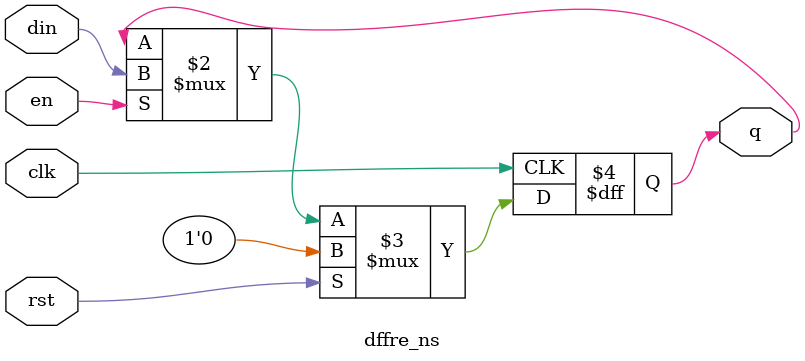
<source format=v>
module dffre_ns (din, rst, en, clk, q);
parameter SIZE = 1;
input	[SIZE-1:0]	din ;	
input			en ;	
input			rst ;	
input			clk ;	
output	[SIZE-1:0]	q ;	
reg 	[SIZE-1:0]	q ;
always @ (posedge clk)
  q[SIZE-1:0] <= rst ? {SIZE{1'b0}} : ((en) ? din[SIZE-1:0] : q[SIZE-1:0]);
endmodule
</source>
